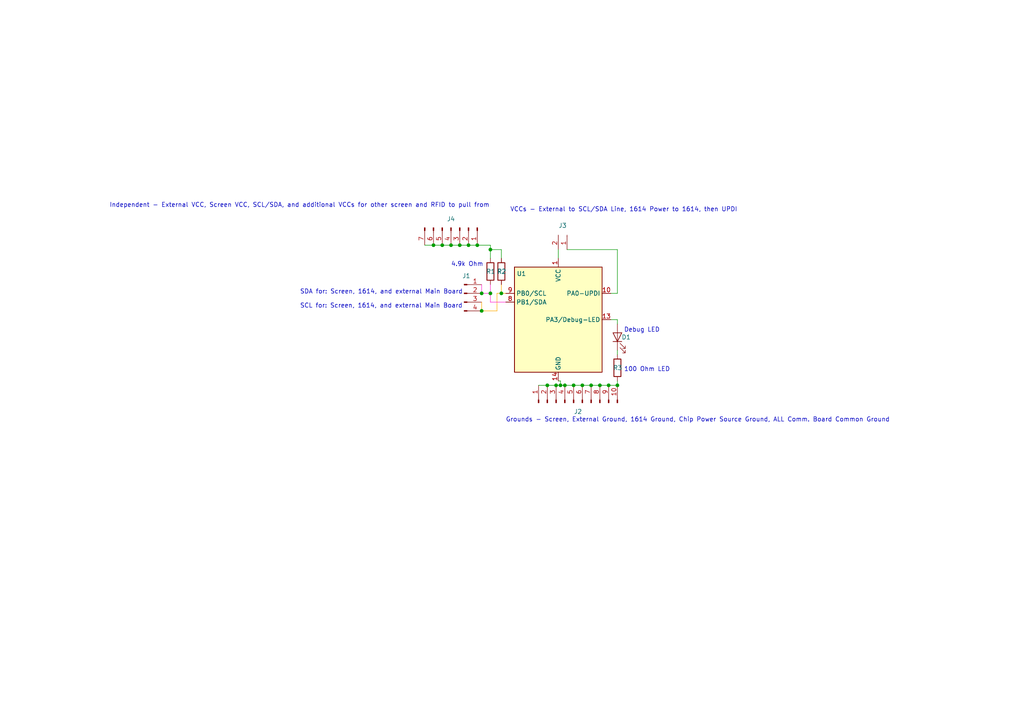
<source format=kicad_sch>
(kicad_sch (version 20211123) (generator eeschema)
  (paper "A4")
  (lib_symbols
    (symbol "Device:R" (pin_numbers hide) (pin_names (offset 0))
      (property "Reference" "R" (at 2.032 0 90))
      (property "Value" "R" (at 0 0 90))
      (symbol "R_0_1"
        (rectangle (start -1.016 -2.54) (end 1.016 2.54) (stroke (width 0.254)))
      )
      (symbol "R_1_1"
        (pin passive line (at 0 3.81 270) (length 1.27) (name "~") (number "1"))
        (pin passive line (at 0 -3.81 90) (length 1.27) (name "~") (number "2"))
      )
    )
    (symbol "Fab Library:Conn_PinHeader_1x02_P2.54mm_Horizontal_SMD" (pin_names (offset 1.016))
      (property "Reference" "J" (at 0 2.54 0))
      (property "Value" "Conn_PinHeader_1x02_P2.54mm_Horizontal_SMD" (at 0 -5.08 0))
      (symbol "Conn_PinHeader_1x02_P2.54mm_Horizontal_SMD_1_1"
        (polyline (pts (xy 1.27 -2.54) (xy 0.8636 -2.54)) (stroke (width 0.1524)))
        (polyline (pts (xy 1.27 0) (xy 0.8636 0)) (stroke (width 0.1524)))
        (pin passive line (at 5.08 0 180) (length 3.81) (name "~") (number "1"))
        (pin passive line (at 5.08 -2.54 180) (length 3.81) (name "~") (number "2"))
      )
    )
    (symbol "Fab Library:Conn_PinHeader_1x04_P2.54mm_Horizontal_SMD" (pin_names (offset 1.016) hide)
      (property "Reference" "J" (at 0 5.08 0))
      (property "Value" "Conn_PinHeader_1x04_P2.54mm_Horizontal_SMD" (at 0 -7.62 0))
      (symbol "Conn_PinHeader_1x04_P2.54mm_Horizontal_SMD_1_1"
        (polyline (pts (xy 1.27 -5.08) (xy 0.8636 -5.08)) (stroke (width 0.1524)))
        (polyline (pts (xy 1.27 -2.54) (xy 0.8636 -2.54)) (stroke (width 0.1524)))
        (polyline (pts (xy 1.27 0) (xy 0.8636 0)) (stroke (width 0.1524)))
        (polyline (pts (xy 1.27 2.54) (xy 0.8636 2.54)) (stroke (width 0.1524)))
        (rectangle (start 0.8636 -4.953) (end 0 -5.207) (stroke (width 0.1524)) (fill (type outline)))
        (rectangle (start 0.8636 -2.413) (end 0 -2.667) (stroke (width 0.1524)) (fill (type outline)))
        (rectangle (start 0.8636 0.127) (end 0 -0.127) (stroke (width 0.1524)) (fill (type outline)))
        (rectangle (start 0.8636 2.667) (end 0 2.413) (stroke (width 0.1524)) (fill (type outline)))
        (pin passive line (at 5.08 2.54 180) (length 3.81) (name "Pin_1") (number "1"))
        (pin passive line (at 5.08 0 180) (length 3.81) (name "Pin_2") (number "2"))
        (pin passive line (at 5.08 -2.54 180) (length 3.81) (name "Pin_3") (number "3"))
        (pin passive line (at 5.08 -5.08 180) (length 3.81) (name "Pin_4") (number "4"))
      )
    )
    (symbol "Fab Library:Conn_PinHeader_1x07_P2.54mm_Horizontal_SMD" (pin_names (offset 1.016) hide)
      (property "Reference" "J" (at 0 10.16 0))
      (property "Value" "Conn_PinHeader_1x07_P2.54mm_Horizontal_SMD" (at 0 -10.16 0))
      (symbol "Conn_PinHeader_1x07_P2.54mm_Horizontal_SMD_1_1"
        (polyline (pts (xy 1.27 -7.62) (xy 0.8636 -7.62)) (stroke (width 0.1524)))
        (polyline (pts (xy 1.27 -5.08) (xy 0.8636 -5.08)) (stroke (width 0.1524)))
        (polyline (pts (xy 1.27 -2.54) (xy 0.8636 -2.54)) (stroke (width 0.1524)))
        (polyline (pts (xy 1.27 0) (xy 0.8636 0)) (stroke (width 0.1524)))
        (polyline (pts (xy 1.27 2.54) (xy 0.8636 2.54)) (stroke (width 0.1524)))
        (polyline (pts (xy 1.27 5.08) (xy 0.8636 5.08)) (stroke (width 0.1524)))
        (polyline (pts (xy 1.27 7.62) (xy 0.8636 7.62)) (stroke (width 0.1524)))
        (rectangle (start 0.8636 -7.493) (end 0 -7.747) (stroke (width 0.1524)) (fill (type outline)))
        (rectangle (start 0.8636 -4.953) (end 0 -5.207) (stroke (width 0.1524)) (fill (type outline)))
        (rectangle (start 0.8636 -2.413) (end 0 -2.667) (stroke (width 0.1524)) (fill (type outline)))
        (rectangle (start 0.8636 0.127) (end 0 -0.127) (stroke (width 0.1524)) (fill (type outline)))
        (rectangle (start 0.8636 2.667) (end 0 2.413) (stroke (width 0.1524)) (fill (type outline)))
        (rectangle (start 0.8636 5.207) (end 0 4.953) (stroke (width 0.1524)) (fill (type outline)))
        (rectangle (start 0.8636 7.747) (end 0 7.493) (stroke (width 0.1524)) (fill (type outline)))
        (pin passive line (at 5.08 7.62 180) (length 3.81) (name "Pin_1") (number "1"))
        (pin passive line (at 5.08 5.08 180) (length 3.81) (name "Pin_2") (number "2"))
        (pin passive line (at 5.08 2.54 180) (length 3.81) (name "Pin_3") (number "3"))
        (pin passive line (at 5.08 0 180) (length 3.81) (name "Pin_4") (number "4"))
        (pin passive line (at 5.08 -2.54 180) (length 3.81) (name "Pin_5") (number "5"))
        (pin passive line (at 5.08 -5.08 180) (length 3.81) (name "Pin_6") (number "6"))
        (pin passive line (at 5.08 -7.62 180) (length 3.81) (name "Pin_7") (number "7"))
      )
    )
    (symbol "Fab Library:Conn_PinHeader_1x10_P2.54mm_Horizontal_SMD" (pin_names (offset 1.016) hide)
      (property "Reference" "J" (at 0 12.7 0))
      (property "Value" "Conn_PinHeader_1x10_P2.54mm_Horizontal_SMD" (at 0 -15.24 0))
      (symbol "Conn_PinHeader_1x10_P2.54mm_Horizontal_SMD_1_1"
        (polyline (pts (xy 1.27 -12.7) (xy 0.8636 -12.7)) (stroke (width 0.1524)))
        (polyline (pts (xy 1.27 -10.16) (xy 0.8636 -10.16)) (stroke (width 0.1524)))
        (polyline (pts (xy 1.27 -7.62) (xy 0.8636 -7.62)) (stroke (width 0.1524)))
        (polyline (pts (xy 1.27 -5.08) (xy 0.8636 -5.08)) (stroke (width 0.1524)))
        (polyline (pts (xy 1.27 -2.54) (xy 0.8636 -2.54)) (stroke (width 0.1524)))
        (polyline (pts (xy 1.27 0) (xy 0.8636 0)) (stroke (width 0.1524)))
        (polyline (pts (xy 1.27 2.54) (xy 0.8636 2.54)) (stroke (width 0.1524)))
        (polyline (pts (xy 1.27 5.08) (xy 0.8636 5.08)) (stroke (width 0.1524)))
        (polyline (pts (xy 1.27 7.62) (xy 0.8636 7.62)) (stroke (width 0.1524)))
        (polyline (pts (xy 1.27 10.16) (xy 0.8636 10.16)) (stroke (width 0.1524)))
        (rectangle (start 0.8636 -12.573) (end 0 -12.827) (stroke (width 0.1524)) (fill (type outline)))
        (rectangle (start 0.8636 -10.033) (end 0 -10.287) (stroke (width 0.1524)) (fill (type outline)))
        (rectangle (start 0.8636 -7.493) (end 0 -7.747) (stroke (width 0.1524)) (fill (type outline)))
        (rectangle (start 0.8636 -4.953) (end 0 -5.207) (stroke (width 0.1524)) (fill (type outline)))
        (rectangle (start 0.8636 -2.413) (end 0 -2.667) (stroke (width 0.1524)) (fill (type outline)))
        (rectangle (start 0.8636 0.127) (end 0 -0.127) (stroke (width 0.1524)) (fill (type outline)))
        (rectangle (start 0.8636 2.667) (end 0 2.413) (stroke (width 0.1524)) (fill (type outline)))
        (rectangle (start 0.8636 5.207) (end 0 4.953) (stroke (width 0.1524)) (fill (type outline)))
        (rectangle (start 0.8636 7.747) (end 0 7.493) (stroke (width 0.1524)) (fill (type outline)))
        (rectangle (start 0.8636 10.287) (end 0 10.033) (stroke (width 0.1524)) (fill (type outline)))
        (pin passive line (at 5.08 10.16 180) (length 3.81) (name "Pin_1") (number "1"))
        (pin passive line (at 5.08 -12.7 180) (length 3.81) (name "Pin_10") (number "10"))
        (pin passive line (at 5.08 7.62 180) (length 3.81) (name "Pin_2") (number "2"))
        (pin passive line (at 5.08 5.08 180) (length 3.81) (name "Pin_3") (number "3"))
        (pin passive line (at 5.08 2.54 180) (length 3.81) (name "Pin_4") (number "4"))
        (pin passive line (at 5.08 0 180) (length 3.81) (name "Pin_5") (number "5"))
        (pin passive line (at 5.08 -2.54 180) (length 3.81) (name "Pin_6") (number "6"))
        (pin passive line (at 5.08 -5.08 180) (length 3.81) (name "Pin_7") (number "7"))
        (pin passive line (at 5.08 -7.62 180) (length 3.81) (name "Pin_8") (number "8"))
        (pin passive line (at 5.08 -10.16 180) (length 3.81) (name "Pin_9") (number "9"))
      )
    )
    (symbol "Fab Library:LED" (pin_numbers hide) (pin_names (offset 1.016) hide)
      (property "Reference" "D" (at 0 2.54 0))
      (property "Value" "LED" (at 0 -2.54 0))
      (symbol "LED_0_1"
        (polyline (pts (xy -1.27 -1.27) (xy -1.27 1.27)) (stroke (width 0.2032)))
        (polyline (pts (xy -1.27 0) (xy 1.27 0)))
        (polyline (pts (xy 1.27 -1.27) (xy 1.27 1.27) (xy -1.27 0) (xy 1.27 -1.27)) (stroke (width 0.2032)))
        (polyline (pts (xy -3.048 -0.762) (xy -4.572 -2.286) (xy -3.81 -2.286) (xy -4.572 -2.286) (xy -4.572 -1.524)))
        (polyline (pts (xy -1.778 -0.762) (xy -3.302 -2.286) (xy -2.54 -2.286) (xy -3.302 -2.286) (xy -3.302 -1.524)))
      )
      (symbol "LED_1_1"
        (pin passive line (at -3.81 0 0) (length 2.54) (name "K") (number "1"))
        (pin passive line (at 3.81 0 180) (length 2.54) (name "A") (number "2"))
      )
    )
    (symbol "Fab Library:Microcontroller_ATtiny1614-SSFR"
      (property "Reference" "U?" (at -12.065 13.335 0))
      (symbol "Microcontroller_ATtiny1614-SSFR_0_1"
        (rectangle (start -12.7 -15.24) (end 12.7 15.24) (stroke (width 0.254)) (fill (type background)))
      )
      (symbol "Microcontroller_ATtiny1614-SSFR_1_1"
        (pin power_in line (at 0 17.78 270) (length 2.54) (name "VCC") (number "1"))
        (pin bidirectional line (at 15.24 7.62 180) (length 2.54) (name "PA0-UPDI") (number "10"))
        (pin no_connect line (at 15.24 5.08 180) (length 2.54) hide (name "PA1/SDA2") (number "11"))
        (pin no_connect line (at 15.24 2.54 180) (length 2.54) hide (name "PA2") (number "12"))
        (pin output line (at 15.24 0 180) (length 2.54) (name "PA3/Debug-LED") (number "13"))
        (pin power_in line (at 0 -17.78 90) (length 2.54) (name "GND") (number "14"))
        (pin no_connect line (at 15.24 -2.54 180) (length 2.54) hide (name "PA4") (number "2"))
        (pin no_connect line (at 15.24 -5.08 180) (length 2.54) hide (name "PA5") (number "3"))
        (pin no_connect line (at 15.24 -7.62 180) (length 2.54) hide (name "PA6/DAC") (number "4"))
        (pin no_connect line (at 15.24 -10.16 180) (length 2.54) hide (name "PA7") (number "5"))
        (pin no_connect line (at -15.24 0 0) (length 2.54) hide (name "PB3/RXD") (number "6"))
        (pin no_connect line (at -15.24 2.54 0) (length 2.54) hide (name "PB2/TXD") (number "7"))
        (pin bidirectional line (at -15.24 5.08 0) (length 2.54) (name "PB1/SDA") (number "8"))
        (pin bidirectional line (at -15.24 7.62 0) (length 2.54) (name "PB0/SCL") (number "9"))
      )
    )
    (symbol "Fab Library:R" (pin_numbers hide) (pin_names (offset 0))
      (property "Reference" "R" (at 2.032 0 90))
      (property "Value" "R" (at 0 0 90))
      (symbol "R_0_1"
        (rectangle (start -1.016 -2.54) (end 1.016 2.54) (stroke (width 0.254)))
      )
      (symbol "R_1_1"
        (pin passive line (at 0 3.81 270) (length 1.27) (name "~") (number "1"))
        (pin passive line (at 0 -3.81 90) (length 1.27) (name "~") (number "2"))
      )
    )
  )
  (junction (at 145.415 85.09))
  (junction (at 163.83 111.76))
  (junction (at 176.53 111.76))
  (junction (at 128.27 71.12))
  (junction (at 161.29 111.76))
  (junction (at 168.91 111.76))
  (junction (at 138.43 71.12))
  (junction (at 133.35 71.12))
  (junction (at 139.7 85.09))
  (junction (at 173.99 111.76))
  (junction (at 142.24 72.39))
  (junction (at 179.07 111.76))
  (junction (at 162.56 111.76))
  (junction (at 158.75 111.76))
  (junction (at 130.81 71.12))
  (junction (at 142.24 85.09))
  (junction (at 171.45 111.76))
  (junction (at 125.73 71.12))
  (junction (at 139.7 90.17))
  (junction (at 166.37 111.76))
  (junction (at 135.89 71.12))
  (wire (pts (xy 156.21 111.76) (xy 158.75 111.76)))
  (wire (pts (xy 173.99 111.76) (xy 176.53 111.76)))
  (wire (pts (xy 179.07 85.09) (xy 177.165 85.09)))
  (wire (pts (xy 176.53 111.76) (xy 179.07 111.76)))
  (wire (pts (xy 139.7 85.09) (xy 142.24 85.09)) (stroke (width 0) (color 255 41 207 1)))
  (wire (pts (xy 142.24 82.55) (xy 142.24 85.09)) (stroke (width 0) (color 255 41 207 1)))
  (wire (pts (xy 128.27 71.12) (xy 130.81 71.12)))
  (wire (pts (xy 164.465 72.39) (xy 179.07 72.39)))
  (wire (pts (xy 145.415 85.09) (xy 144.145 85.09)) (stroke (width 0) (color 255 171 3 1)))
  (wire (pts (xy 162.56 111.76) (xy 163.83 111.76)))
  (wire (pts (xy 142.24 87.63) (xy 146.685 87.63)) (stroke (width 0) (color 255 41 207 1)))
  (wire (pts (xy 161.925 72.39) (xy 161.925 74.93)))
  (wire (pts (xy 138.43 71.12) (xy 142.24 71.12)))
  (wire (pts (xy 161.29 111.76) (xy 162.56 111.76)))
  (wire (pts (xy 179.07 92.71) (xy 177.165 92.71)))
  (wire (pts (xy 142.24 71.12) (xy 142.24 72.39)))
  (wire (pts (xy 139.7 82.55) (xy 139.7 85.09)) (stroke (width 0) (color 255 41 207 1)))
  (wire (pts (xy 179.07 110.49) (xy 179.07 111.76)))
  (wire (pts (xy 123.19 71.12) (xy 125.73 71.12)))
  (wire (pts (xy 145.415 72.39) (xy 142.24 72.39)))
  (wire (pts (xy 142.24 85.09) (xy 142.24 87.63)) (stroke (width 0) (color 255 41 207 1)))
  (wire (pts (xy 130.81 71.12) (xy 133.35 71.12)))
  (wire (pts (xy 179.07 93.98) (xy 179.07 92.71)))
  (wire (pts (xy 171.45 111.76) (xy 173.99 111.76)))
  (wire (pts (xy 145.415 85.09) (xy 146.685 85.09)) (stroke (width 0) (color 255 171 3 1)))
  (wire (pts (xy 142.24 72.39) (xy 142.24 74.93)))
  (wire (pts (xy 166.37 111.76) (xy 168.91 111.76)))
  (wire (pts (xy 145.415 82.55) (xy 145.415 85.09)) (stroke (width 0) (color 255 171 3 1)))
  (wire (pts (xy 161.925 110.49) (xy 162.56 110.49)))
  (wire (pts (xy 158.75 111.76) (xy 161.29 111.76)))
  (wire (pts (xy 162.56 110.49) (xy 162.56 111.76)))
  (wire (pts (xy 145.415 72.39) (xy 145.415 74.93)))
  (wire (pts (xy 144.145 90.17) (xy 139.7 90.17)) (stroke (width 0) (color 255 171 3 1)))
  (wire (pts (xy 133.35 71.12) (xy 135.89 71.12)))
  (wire (pts (xy 168.91 111.76) (xy 171.45 111.76)))
  (wire (pts (xy 125.73 71.12) (xy 128.27 71.12)))
  (wire (pts (xy 144.145 85.09) (xy 144.145 90.17)) (stroke (width 0) (color 255 171 3 1)))
  (wire (pts (xy 179.07 72.39) (xy 179.07 85.09)))
  (wire (pts (xy 135.89 71.12) (xy 138.43 71.12)))
  (wire (pts (xy 139.7 87.63) (xy 139.7 90.17)) (stroke (width 0) (color 255 171 3 1)))
  (wire (pts (xy 163.83 111.76) (xy 166.37 111.76)))
  (wire (pts (xy 179.07 101.6) (xy 179.07 102.87)))
  (text "Debug LED" (at 180.975 96.52 0) (effects (font (size 1.27 1.27)) (justify left bottom)))
  (text "Grounds - Screen, External Ground, 1614 Ground, Chip Power Source Ground, ALL Comm. Board Common Ground" (at 146.685 122.555 0) (effects (font (size 1.27 1.27)) (justify left bottom)))
  (text "Independent - External VCC, Screen VCC, SCL/SDA, and additional VCCs for other screen and RFID to pull from" (at 31.75 60.325 0) (effects (font (size 1.27 1.27)) (justify left bottom)))
  (text "100 Ohm LED" (at 180.975 107.95 0) (effects (font (size 1.27 1.27)) (justify left bottom)))
  (text "VCCs - External to SCL/SDA Line, 1614 Power to 1614, then UPDI" (at 147.955 61.595 0) (effects (font (size 1.27 1.27)) (justify left bottom)))
  (text "SDA for: Screen, 1614, and external Main Board\n\nSCL for: Screen, 1614, and external Main Board" (at 86.995 89.535 0) (effects (font (size 1.27 1.27)) (justify left bottom)))
  (text "4.9k Ohm" (at 130.81 77.47 0) (effects (font (size 1.27 1.27)) (justify left bottom)))
  (symbol (lib_id "Fab Library:Conn_PinHeader_1x04_P2.54mm_Horizontal_SMD") (at 134.62 85.09 0) (unit 1)
    (property "Reference" "J1" (at 135.255 80.01 0))
    (property "Value" "Conn_PinHeader_1x04_P2.54mm_Horizontal_SMD" (effects hide))
    (property "Footprint" "fab:PinHeader_1x04_P2.54mm_Horizontal_SMD" (effects hide))
  )
  (symbol (lib_id "Fab Library:Conn_PinHeader_1x10_P2.54mm_Horizontal_SMD") (at 166.37 116.84 90) (unit 1)
    (property "Reference" "J2" (at 167.64 119.38 90))
    (property "Value" "Conn_PinHeader_1x10_P2.54mm_Horizontal_SMD" (effects hide))
    (property "Footprint" "fab:PinHeader_1x10_P2.54mm_Horizontal_SMD" (effects hide))
  )
  (symbol (lib_id "Fab Library:LED") (at 179.07 97.79 90) (unit 1)
    (property "Reference" "D1" (at 181.61 97.79 90))
    (property "Value" "LED" (effects hide))
    (property "Footprint" "fab:LED_1206" (effects hide))
    (property "Datasheet" "https://optoelectronics.liteon.com/upload/download/DS-22-98-0002/LTST-C150CKT.pdf" (effects hide))
  )
  (symbol (lib_id "Device:R") (at 142.24 78.74 0) (unit 1)
    (property "Reference" "R1" (at 140.97 78.74 0) (effects (justify left)))
    (property "Value" "R" (effects hide))
    (property "Footprint" "fab:R_1206" (effects hide))
  )
  (symbol (lib_id "Fab Library:Microcontroller_ATtiny1614-SSFR") (at 161.925 92.71 0) (unit 1)
    (property "Reference" "U1" (at 149.86 79.375 0) (effects (justify left)))
    (property "Value" "Microcontroller_ATtiny1614-SSFR" (effects hide))
    (property "Footprint" "fab:SOIC-14_3.9x8.7mm_P1.27mm" (effects hide))
    (property "Datasheet" "http://ww1.microchip.com/downloads/en/DeviceDoc/ATtiny1614-16-17-DataSheet-DS40002204A.pdf" (effects hide))
  )
  (symbol (lib_id "Fab Library:Conn_PinHeader_1x07_P2.54mm_Horizontal_SMD") (at 130.81 66.04 270) (unit 1)
    (property "Reference" "J4" (at 130.81 63.5 90))
    (property "Value" "Conn_PinHeader_1x07_P2.54mm_Horizontal_SMD" (effects hide))
    (property "Footprint" "fab:PinHeader_1x07_P2.54mm_Horizontal_SMD" (effects hide))
  )
  (symbol (lib_id "Fab Library:Conn_PinHeader_1x02_P2.54mm_Horizontal_SMD") (at 164.465 67.31 270) (unit 1)
    (property "Reference" "J3" (at 163.195 65.405 90))
    (property "Value" "Conn_PinHeader_1x02_P2.54mm_Horizontal_SMD" (effects hide))
    (property "Footprint" "fab:PinHeader_UPDI_01x02_P2.54mm_Horizontal_SMD" (effects hide))
  )
  (symbol (lib_id "Device:R") (at 145.415 78.74 0) (unit 1)
    (property "Reference" "R2" (at 144.145 78.74 0) (effects (justify left)))
    (property "Value" "R" (effects hide))
    (property "Footprint" "fab:R_1206" (effects hide))
  )
  (symbol (lib_id "Fab Library:R") (at 179.07 106.68 180) (unit 1)
    (property "Reference" "R3" (at 177.8 106.68 0) (effects (justify right)))
    (property "Value" "R" (effects hide))
    (property "Footprint" "fab:R_1206" (effects hide))
  )
)
</source>
